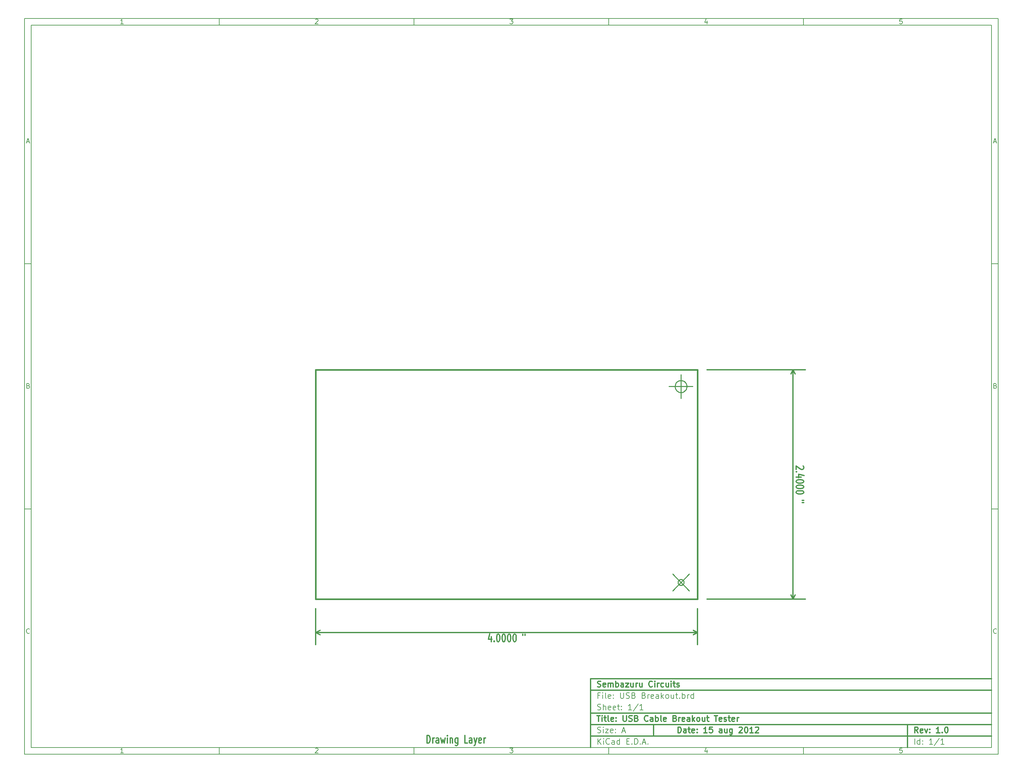
<source format=gbr>
G04 (created by PCBNEW-RS274X (2012-01-19 BZR 3256)-stable) date 15/08/2012 23:21:53*
G01*
G70*
G90*
%MOIN*%
G04 Gerber Fmt 3.4, Leading zero omitted, Abs format*
%FSLAX34Y34*%
G04 APERTURE LIST*
%ADD10C,0.006000*%
%ADD11C,0.012000*%
%ADD12C,0.010000*%
%ADD13C,0.015000*%
G04 APERTURE END LIST*
G54D10*
X-30500Y36750D02*
X71500Y36750D01*
X71500Y-40250D01*
X-30500Y-40250D01*
X-30500Y36750D01*
X-29800Y36050D02*
X70800Y36050D01*
X70800Y-39550D01*
X-29800Y-39550D01*
X-29800Y36050D01*
X-10100Y36750D02*
X-10100Y36050D01*
X-20157Y36198D02*
X-20443Y36198D01*
X-20300Y36198D02*
X-20300Y36698D01*
X-20348Y36626D01*
X-20395Y36579D01*
X-20443Y36555D01*
X-10100Y-40250D02*
X-10100Y-39550D01*
X-20157Y-40102D02*
X-20443Y-40102D01*
X-20300Y-40102D02*
X-20300Y-39602D01*
X-20348Y-39674D01*
X-20395Y-39721D01*
X-20443Y-39745D01*
X10300Y36750D02*
X10300Y36050D01*
X-00043Y36650D02*
X-00019Y36674D01*
X00029Y36698D01*
X00148Y36698D01*
X00195Y36674D01*
X00219Y36650D01*
X00243Y36602D01*
X00243Y36555D01*
X00219Y36483D01*
X-00067Y36198D01*
X00243Y36198D01*
X10300Y-40250D02*
X10300Y-39550D01*
X-00043Y-39650D02*
X-00019Y-39626D01*
X00029Y-39602D01*
X00148Y-39602D01*
X00195Y-39626D01*
X00219Y-39650D01*
X00243Y-39698D01*
X00243Y-39745D01*
X00219Y-39817D01*
X-00067Y-40102D01*
X00243Y-40102D01*
X30700Y36750D02*
X30700Y36050D01*
X20333Y36698D02*
X20643Y36698D01*
X20476Y36507D01*
X20548Y36507D01*
X20595Y36483D01*
X20619Y36460D01*
X20643Y36412D01*
X20643Y36293D01*
X20619Y36245D01*
X20595Y36221D01*
X20548Y36198D01*
X20405Y36198D01*
X20357Y36221D01*
X20333Y36245D01*
X30700Y-40250D02*
X30700Y-39550D01*
X20333Y-39602D02*
X20643Y-39602D01*
X20476Y-39793D01*
X20548Y-39793D01*
X20595Y-39817D01*
X20619Y-39840D01*
X20643Y-39888D01*
X20643Y-40007D01*
X20619Y-40055D01*
X20595Y-40079D01*
X20548Y-40102D01*
X20405Y-40102D01*
X20357Y-40079D01*
X20333Y-40055D01*
X51100Y36750D02*
X51100Y36050D01*
X40995Y36531D02*
X40995Y36198D01*
X40876Y36721D02*
X40757Y36364D01*
X41067Y36364D01*
X51100Y-40250D02*
X51100Y-39550D01*
X40995Y-39769D02*
X40995Y-40102D01*
X40876Y-39579D02*
X40757Y-39936D01*
X41067Y-39936D01*
X61419Y36698D02*
X61181Y36698D01*
X61157Y36460D01*
X61181Y36483D01*
X61229Y36507D01*
X61348Y36507D01*
X61395Y36483D01*
X61419Y36460D01*
X61443Y36412D01*
X61443Y36293D01*
X61419Y36245D01*
X61395Y36221D01*
X61348Y36198D01*
X61229Y36198D01*
X61181Y36221D01*
X61157Y36245D01*
X61419Y-39602D02*
X61181Y-39602D01*
X61157Y-39840D01*
X61181Y-39817D01*
X61229Y-39793D01*
X61348Y-39793D01*
X61395Y-39817D01*
X61419Y-39840D01*
X61443Y-39888D01*
X61443Y-40007D01*
X61419Y-40055D01*
X61395Y-40079D01*
X61348Y-40102D01*
X61229Y-40102D01*
X61181Y-40079D01*
X61157Y-40055D01*
X-30500Y11090D02*
X-29800Y11090D01*
X-30269Y23860D02*
X-30031Y23860D01*
X-30316Y23718D02*
X-30150Y24218D01*
X-29983Y23718D01*
X71500Y11090D02*
X70800Y11090D01*
X71031Y23860D02*
X71269Y23860D01*
X70984Y23718D02*
X71150Y24218D01*
X71317Y23718D01*
X-30500Y-14570D02*
X-29800Y-14570D01*
X-30114Y-01680D02*
X-30043Y-01704D01*
X-30019Y-01728D01*
X-29995Y-01776D01*
X-29995Y-01847D01*
X-30019Y-01895D01*
X-30043Y-01919D01*
X-30090Y-01942D01*
X-30281Y-01942D01*
X-30281Y-01442D01*
X-30114Y-01442D01*
X-30067Y-01466D01*
X-30043Y-01490D01*
X-30019Y-01538D01*
X-30019Y-01585D01*
X-30043Y-01633D01*
X-30067Y-01657D01*
X-30114Y-01680D01*
X-30281Y-01680D01*
X71500Y-14570D02*
X70800Y-14570D01*
X71186Y-01680D02*
X71257Y-01704D01*
X71281Y-01728D01*
X71305Y-01776D01*
X71305Y-01847D01*
X71281Y-01895D01*
X71257Y-01919D01*
X71210Y-01942D01*
X71019Y-01942D01*
X71019Y-01442D01*
X71186Y-01442D01*
X71233Y-01466D01*
X71257Y-01490D01*
X71281Y-01538D01*
X71281Y-01585D01*
X71257Y-01633D01*
X71233Y-01657D01*
X71186Y-01680D01*
X71019Y-01680D01*
X-29995Y-27555D02*
X-30019Y-27579D01*
X-30090Y-27602D01*
X-30138Y-27602D01*
X-30210Y-27579D01*
X-30257Y-27531D01*
X-30281Y-27483D01*
X-30305Y-27388D01*
X-30305Y-27317D01*
X-30281Y-27221D01*
X-30257Y-27174D01*
X-30210Y-27126D01*
X-30138Y-27102D01*
X-30090Y-27102D01*
X-30019Y-27126D01*
X-29995Y-27150D01*
X71305Y-27555D02*
X71281Y-27579D01*
X71210Y-27602D01*
X71162Y-27602D01*
X71090Y-27579D01*
X71043Y-27531D01*
X71019Y-27483D01*
X70995Y-27388D01*
X70995Y-27317D01*
X71019Y-27221D01*
X71043Y-27174D01*
X71090Y-27126D01*
X71162Y-27102D01*
X71210Y-27102D01*
X71281Y-27126D01*
X71305Y-27150D01*
G54D11*
X37943Y-37993D02*
X37943Y-37393D01*
X38086Y-37393D01*
X38171Y-37421D01*
X38229Y-37479D01*
X38257Y-37536D01*
X38286Y-37650D01*
X38286Y-37736D01*
X38257Y-37850D01*
X38229Y-37907D01*
X38171Y-37964D01*
X38086Y-37993D01*
X37943Y-37993D01*
X38800Y-37993D02*
X38800Y-37679D01*
X38771Y-37621D01*
X38714Y-37593D01*
X38600Y-37593D01*
X38543Y-37621D01*
X38800Y-37964D02*
X38743Y-37993D01*
X38600Y-37993D01*
X38543Y-37964D01*
X38514Y-37907D01*
X38514Y-37850D01*
X38543Y-37793D01*
X38600Y-37764D01*
X38743Y-37764D01*
X38800Y-37736D01*
X39000Y-37593D02*
X39229Y-37593D01*
X39086Y-37393D02*
X39086Y-37907D01*
X39114Y-37964D01*
X39172Y-37993D01*
X39229Y-37993D01*
X39657Y-37964D02*
X39600Y-37993D01*
X39486Y-37993D01*
X39429Y-37964D01*
X39400Y-37907D01*
X39400Y-37679D01*
X39429Y-37621D01*
X39486Y-37593D01*
X39600Y-37593D01*
X39657Y-37621D01*
X39686Y-37679D01*
X39686Y-37736D01*
X39400Y-37793D01*
X39943Y-37936D02*
X39971Y-37964D01*
X39943Y-37993D01*
X39914Y-37964D01*
X39943Y-37936D01*
X39943Y-37993D01*
X39943Y-37621D02*
X39971Y-37650D01*
X39943Y-37679D01*
X39914Y-37650D01*
X39943Y-37621D01*
X39943Y-37679D01*
X41000Y-37993D02*
X40657Y-37993D01*
X40829Y-37993D02*
X40829Y-37393D01*
X40772Y-37479D01*
X40714Y-37536D01*
X40657Y-37564D01*
X41543Y-37393D02*
X41257Y-37393D01*
X41228Y-37679D01*
X41257Y-37650D01*
X41314Y-37621D01*
X41457Y-37621D01*
X41514Y-37650D01*
X41543Y-37679D01*
X41571Y-37736D01*
X41571Y-37879D01*
X41543Y-37936D01*
X41514Y-37964D01*
X41457Y-37993D01*
X41314Y-37993D01*
X41257Y-37964D01*
X41228Y-37936D01*
X42542Y-37993D02*
X42542Y-37679D01*
X42513Y-37621D01*
X42456Y-37593D01*
X42342Y-37593D01*
X42285Y-37621D01*
X42542Y-37964D02*
X42485Y-37993D01*
X42342Y-37993D01*
X42285Y-37964D01*
X42256Y-37907D01*
X42256Y-37850D01*
X42285Y-37793D01*
X42342Y-37764D01*
X42485Y-37764D01*
X42542Y-37736D01*
X43085Y-37593D02*
X43085Y-37993D01*
X42828Y-37593D02*
X42828Y-37907D01*
X42856Y-37964D01*
X42914Y-37993D01*
X42999Y-37993D01*
X43056Y-37964D01*
X43085Y-37936D01*
X43628Y-37593D02*
X43628Y-38079D01*
X43599Y-38136D01*
X43571Y-38164D01*
X43514Y-38193D01*
X43428Y-38193D01*
X43371Y-38164D01*
X43628Y-37964D02*
X43571Y-37993D01*
X43457Y-37993D01*
X43399Y-37964D01*
X43371Y-37936D01*
X43342Y-37879D01*
X43342Y-37707D01*
X43371Y-37650D01*
X43399Y-37621D01*
X43457Y-37593D01*
X43571Y-37593D01*
X43628Y-37621D01*
X44342Y-37450D02*
X44371Y-37421D01*
X44428Y-37393D01*
X44571Y-37393D01*
X44628Y-37421D01*
X44657Y-37450D01*
X44685Y-37507D01*
X44685Y-37564D01*
X44657Y-37650D01*
X44314Y-37993D01*
X44685Y-37993D01*
X45056Y-37393D02*
X45113Y-37393D01*
X45170Y-37421D01*
X45199Y-37450D01*
X45228Y-37507D01*
X45256Y-37621D01*
X45256Y-37764D01*
X45228Y-37879D01*
X45199Y-37936D01*
X45170Y-37964D01*
X45113Y-37993D01*
X45056Y-37993D01*
X44999Y-37964D01*
X44970Y-37936D01*
X44942Y-37879D01*
X44913Y-37764D01*
X44913Y-37621D01*
X44942Y-37507D01*
X44970Y-37450D01*
X44999Y-37421D01*
X45056Y-37393D01*
X45827Y-37993D02*
X45484Y-37993D01*
X45656Y-37993D02*
X45656Y-37393D01*
X45599Y-37479D01*
X45541Y-37536D01*
X45484Y-37564D01*
X46055Y-37450D02*
X46084Y-37421D01*
X46141Y-37393D01*
X46284Y-37393D01*
X46341Y-37421D01*
X46370Y-37450D01*
X46398Y-37507D01*
X46398Y-37564D01*
X46370Y-37650D01*
X46027Y-37993D01*
X46398Y-37993D01*
G54D10*
X29543Y-39193D02*
X29543Y-38593D01*
X29886Y-39193D02*
X29629Y-38850D01*
X29886Y-38593D02*
X29543Y-38936D01*
X30143Y-39193D02*
X30143Y-38793D01*
X30143Y-38593D02*
X30114Y-38621D01*
X30143Y-38650D01*
X30171Y-38621D01*
X30143Y-38593D01*
X30143Y-38650D01*
X30772Y-39136D02*
X30743Y-39164D01*
X30657Y-39193D01*
X30600Y-39193D01*
X30515Y-39164D01*
X30457Y-39107D01*
X30429Y-39050D01*
X30400Y-38936D01*
X30400Y-38850D01*
X30429Y-38736D01*
X30457Y-38679D01*
X30515Y-38621D01*
X30600Y-38593D01*
X30657Y-38593D01*
X30743Y-38621D01*
X30772Y-38650D01*
X31286Y-39193D02*
X31286Y-38879D01*
X31257Y-38821D01*
X31200Y-38793D01*
X31086Y-38793D01*
X31029Y-38821D01*
X31286Y-39164D02*
X31229Y-39193D01*
X31086Y-39193D01*
X31029Y-39164D01*
X31000Y-39107D01*
X31000Y-39050D01*
X31029Y-38993D01*
X31086Y-38964D01*
X31229Y-38964D01*
X31286Y-38936D01*
X31829Y-39193D02*
X31829Y-38593D01*
X31829Y-39164D02*
X31772Y-39193D01*
X31658Y-39193D01*
X31600Y-39164D01*
X31572Y-39136D01*
X31543Y-39079D01*
X31543Y-38907D01*
X31572Y-38850D01*
X31600Y-38821D01*
X31658Y-38793D01*
X31772Y-38793D01*
X31829Y-38821D01*
X32572Y-38879D02*
X32772Y-38879D01*
X32858Y-39193D02*
X32572Y-39193D01*
X32572Y-38593D01*
X32858Y-38593D01*
X33115Y-39136D02*
X33143Y-39164D01*
X33115Y-39193D01*
X33086Y-39164D01*
X33115Y-39136D01*
X33115Y-39193D01*
X33401Y-39193D02*
X33401Y-38593D01*
X33544Y-38593D01*
X33629Y-38621D01*
X33687Y-38679D01*
X33715Y-38736D01*
X33744Y-38850D01*
X33744Y-38936D01*
X33715Y-39050D01*
X33687Y-39107D01*
X33629Y-39164D01*
X33544Y-39193D01*
X33401Y-39193D01*
X34001Y-39136D02*
X34029Y-39164D01*
X34001Y-39193D01*
X33972Y-39164D01*
X34001Y-39136D01*
X34001Y-39193D01*
X34258Y-39021D02*
X34544Y-39021D01*
X34201Y-39193D02*
X34401Y-38593D01*
X34601Y-39193D01*
X34801Y-39136D02*
X34829Y-39164D01*
X34801Y-39193D01*
X34772Y-39164D01*
X34801Y-39136D01*
X34801Y-39193D01*
G54D11*
X63086Y-37993D02*
X62886Y-37707D01*
X62743Y-37993D02*
X62743Y-37393D01*
X62971Y-37393D01*
X63029Y-37421D01*
X63057Y-37450D01*
X63086Y-37507D01*
X63086Y-37593D01*
X63057Y-37650D01*
X63029Y-37679D01*
X62971Y-37707D01*
X62743Y-37707D01*
X63571Y-37964D02*
X63514Y-37993D01*
X63400Y-37993D01*
X63343Y-37964D01*
X63314Y-37907D01*
X63314Y-37679D01*
X63343Y-37621D01*
X63400Y-37593D01*
X63514Y-37593D01*
X63571Y-37621D01*
X63600Y-37679D01*
X63600Y-37736D01*
X63314Y-37793D01*
X63800Y-37593D02*
X63943Y-37993D01*
X64085Y-37593D01*
X64314Y-37936D02*
X64342Y-37964D01*
X64314Y-37993D01*
X64285Y-37964D01*
X64314Y-37936D01*
X64314Y-37993D01*
X64314Y-37621D02*
X64342Y-37650D01*
X64314Y-37679D01*
X64285Y-37650D01*
X64314Y-37621D01*
X64314Y-37679D01*
X65371Y-37993D02*
X65028Y-37993D01*
X65200Y-37993D02*
X65200Y-37393D01*
X65143Y-37479D01*
X65085Y-37536D01*
X65028Y-37564D01*
X65628Y-37936D02*
X65656Y-37964D01*
X65628Y-37993D01*
X65599Y-37964D01*
X65628Y-37936D01*
X65628Y-37993D01*
X66028Y-37393D02*
X66085Y-37393D01*
X66142Y-37421D01*
X66171Y-37450D01*
X66200Y-37507D01*
X66228Y-37621D01*
X66228Y-37764D01*
X66200Y-37879D01*
X66171Y-37936D01*
X66142Y-37964D01*
X66085Y-37993D01*
X66028Y-37993D01*
X65971Y-37964D01*
X65942Y-37936D01*
X65914Y-37879D01*
X65885Y-37764D01*
X65885Y-37621D01*
X65914Y-37507D01*
X65942Y-37450D01*
X65971Y-37421D01*
X66028Y-37393D01*
G54D10*
X29514Y-37964D02*
X29600Y-37993D01*
X29743Y-37993D01*
X29800Y-37964D01*
X29829Y-37936D01*
X29857Y-37879D01*
X29857Y-37821D01*
X29829Y-37764D01*
X29800Y-37736D01*
X29743Y-37707D01*
X29629Y-37679D01*
X29571Y-37650D01*
X29543Y-37621D01*
X29514Y-37564D01*
X29514Y-37507D01*
X29543Y-37450D01*
X29571Y-37421D01*
X29629Y-37393D01*
X29771Y-37393D01*
X29857Y-37421D01*
X30114Y-37993D02*
X30114Y-37593D01*
X30114Y-37393D02*
X30085Y-37421D01*
X30114Y-37450D01*
X30142Y-37421D01*
X30114Y-37393D01*
X30114Y-37450D01*
X30343Y-37593D02*
X30657Y-37593D01*
X30343Y-37993D01*
X30657Y-37993D01*
X31114Y-37964D02*
X31057Y-37993D01*
X30943Y-37993D01*
X30886Y-37964D01*
X30857Y-37907D01*
X30857Y-37679D01*
X30886Y-37621D01*
X30943Y-37593D01*
X31057Y-37593D01*
X31114Y-37621D01*
X31143Y-37679D01*
X31143Y-37736D01*
X30857Y-37793D01*
X31400Y-37936D02*
X31428Y-37964D01*
X31400Y-37993D01*
X31371Y-37964D01*
X31400Y-37936D01*
X31400Y-37993D01*
X31400Y-37621D02*
X31428Y-37650D01*
X31400Y-37679D01*
X31371Y-37650D01*
X31400Y-37621D01*
X31400Y-37679D01*
X32114Y-37821D02*
X32400Y-37821D01*
X32057Y-37993D02*
X32257Y-37393D01*
X32457Y-37993D01*
X62743Y-39193D02*
X62743Y-38593D01*
X63286Y-39193D02*
X63286Y-38593D01*
X63286Y-39164D02*
X63229Y-39193D01*
X63115Y-39193D01*
X63057Y-39164D01*
X63029Y-39136D01*
X63000Y-39079D01*
X63000Y-38907D01*
X63029Y-38850D01*
X63057Y-38821D01*
X63115Y-38793D01*
X63229Y-38793D01*
X63286Y-38821D01*
X63572Y-39136D02*
X63600Y-39164D01*
X63572Y-39193D01*
X63543Y-39164D01*
X63572Y-39136D01*
X63572Y-39193D01*
X63572Y-38821D02*
X63600Y-38850D01*
X63572Y-38879D01*
X63543Y-38850D01*
X63572Y-38821D01*
X63572Y-38879D01*
X64629Y-39193D02*
X64286Y-39193D01*
X64458Y-39193D02*
X64458Y-38593D01*
X64401Y-38679D01*
X64343Y-38736D01*
X64286Y-38764D01*
X65314Y-38564D02*
X64800Y-39336D01*
X65829Y-39193D02*
X65486Y-39193D01*
X65658Y-39193D02*
X65658Y-38593D01*
X65601Y-38679D01*
X65543Y-38736D01*
X65486Y-38764D01*
G54D11*
X29457Y-36193D02*
X29800Y-36193D01*
X29629Y-36793D02*
X29629Y-36193D01*
X30000Y-36793D02*
X30000Y-36393D01*
X30000Y-36193D02*
X29971Y-36221D01*
X30000Y-36250D01*
X30028Y-36221D01*
X30000Y-36193D01*
X30000Y-36250D01*
X30200Y-36393D02*
X30429Y-36393D01*
X30286Y-36193D02*
X30286Y-36707D01*
X30314Y-36764D01*
X30372Y-36793D01*
X30429Y-36793D01*
X30715Y-36793D02*
X30657Y-36764D01*
X30629Y-36707D01*
X30629Y-36193D01*
X31171Y-36764D02*
X31114Y-36793D01*
X31000Y-36793D01*
X30943Y-36764D01*
X30914Y-36707D01*
X30914Y-36479D01*
X30943Y-36421D01*
X31000Y-36393D01*
X31114Y-36393D01*
X31171Y-36421D01*
X31200Y-36479D01*
X31200Y-36536D01*
X30914Y-36593D01*
X31457Y-36736D02*
X31485Y-36764D01*
X31457Y-36793D01*
X31428Y-36764D01*
X31457Y-36736D01*
X31457Y-36793D01*
X31457Y-36421D02*
X31485Y-36450D01*
X31457Y-36479D01*
X31428Y-36450D01*
X31457Y-36421D01*
X31457Y-36479D01*
X32200Y-36193D02*
X32200Y-36679D01*
X32228Y-36736D01*
X32257Y-36764D01*
X32314Y-36793D01*
X32428Y-36793D01*
X32486Y-36764D01*
X32514Y-36736D01*
X32543Y-36679D01*
X32543Y-36193D01*
X32800Y-36764D02*
X32886Y-36793D01*
X33029Y-36793D01*
X33086Y-36764D01*
X33115Y-36736D01*
X33143Y-36679D01*
X33143Y-36621D01*
X33115Y-36564D01*
X33086Y-36536D01*
X33029Y-36507D01*
X32915Y-36479D01*
X32857Y-36450D01*
X32829Y-36421D01*
X32800Y-36364D01*
X32800Y-36307D01*
X32829Y-36250D01*
X32857Y-36221D01*
X32915Y-36193D01*
X33057Y-36193D01*
X33143Y-36221D01*
X33600Y-36479D02*
X33686Y-36507D01*
X33714Y-36536D01*
X33743Y-36593D01*
X33743Y-36679D01*
X33714Y-36736D01*
X33686Y-36764D01*
X33628Y-36793D01*
X33400Y-36793D01*
X33400Y-36193D01*
X33600Y-36193D01*
X33657Y-36221D01*
X33686Y-36250D01*
X33714Y-36307D01*
X33714Y-36364D01*
X33686Y-36421D01*
X33657Y-36450D01*
X33600Y-36479D01*
X33400Y-36479D01*
X34800Y-36736D02*
X34771Y-36764D01*
X34685Y-36793D01*
X34628Y-36793D01*
X34543Y-36764D01*
X34485Y-36707D01*
X34457Y-36650D01*
X34428Y-36536D01*
X34428Y-36450D01*
X34457Y-36336D01*
X34485Y-36279D01*
X34543Y-36221D01*
X34628Y-36193D01*
X34685Y-36193D01*
X34771Y-36221D01*
X34800Y-36250D01*
X35314Y-36793D02*
X35314Y-36479D01*
X35285Y-36421D01*
X35228Y-36393D01*
X35114Y-36393D01*
X35057Y-36421D01*
X35314Y-36764D02*
X35257Y-36793D01*
X35114Y-36793D01*
X35057Y-36764D01*
X35028Y-36707D01*
X35028Y-36650D01*
X35057Y-36593D01*
X35114Y-36564D01*
X35257Y-36564D01*
X35314Y-36536D01*
X35600Y-36793D02*
X35600Y-36193D01*
X35600Y-36421D02*
X35657Y-36393D01*
X35771Y-36393D01*
X35828Y-36421D01*
X35857Y-36450D01*
X35886Y-36507D01*
X35886Y-36679D01*
X35857Y-36736D01*
X35828Y-36764D01*
X35771Y-36793D01*
X35657Y-36793D01*
X35600Y-36764D01*
X36229Y-36793D02*
X36171Y-36764D01*
X36143Y-36707D01*
X36143Y-36193D01*
X36685Y-36764D02*
X36628Y-36793D01*
X36514Y-36793D01*
X36457Y-36764D01*
X36428Y-36707D01*
X36428Y-36479D01*
X36457Y-36421D01*
X36514Y-36393D01*
X36628Y-36393D01*
X36685Y-36421D01*
X36714Y-36479D01*
X36714Y-36536D01*
X36428Y-36593D01*
X37628Y-36479D02*
X37714Y-36507D01*
X37742Y-36536D01*
X37771Y-36593D01*
X37771Y-36679D01*
X37742Y-36736D01*
X37714Y-36764D01*
X37656Y-36793D01*
X37428Y-36793D01*
X37428Y-36193D01*
X37628Y-36193D01*
X37685Y-36221D01*
X37714Y-36250D01*
X37742Y-36307D01*
X37742Y-36364D01*
X37714Y-36421D01*
X37685Y-36450D01*
X37628Y-36479D01*
X37428Y-36479D01*
X38028Y-36793D02*
X38028Y-36393D01*
X38028Y-36507D02*
X38056Y-36450D01*
X38085Y-36421D01*
X38142Y-36393D01*
X38199Y-36393D01*
X38627Y-36764D02*
X38570Y-36793D01*
X38456Y-36793D01*
X38399Y-36764D01*
X38370Y-36707D01*
X38370Y-36479D01*
X38399Y-36421D01*
X38456Y-36393D01*
X38570Y-36393D01*
X38627Y-36421D01*
X38656Y-36479D01*
X38656Y-36536D01*
X38370Y-36593D01*
X39170Y-36793D02*
X39170Y-36479D01*
X39141Y-36421D01*
X39084Y-36393D01*
X38970Y-36393D01*
X38913Y-36421D01*
X39170Y-36764D02*
X39113Y-36793D01*
X38970Y-36793D01*
X38913Y-36764D01*
X38884Y-36707D01*
X38884Y-36650D01*
X38913Y-36593D01*
X38970Y-36564D01*
X39113Y-36564D01*
X39170Y-36536D01*
X39456Y-36793D02*
X39456Y-36193D01*
X39513Y-36564D02*
X39684Y-36793D01*
X39684Y-36393D02*
X39456Y-36621D01*
X40028Y-36793D02*
X39970Y-36764D01*
X39942Y-36736D01*
X39913Y-36679D01*
X39913Y-36507D01*
X39942Y-36450D01*
X39970Y-36421D01*
X40028Y-36393D01*
X40113Y-36393D01*
X40170Y-36421D01*
X40199Y-36450D01*
X40228Y-36507D01*
X40228Y-36679D01*
X40199Y-36736D01*
X40170Y-36764D01*
X40113Y-36793D01*
X40028Y-36793D01*
X40742Y-36393D02*
X40742Y-36793D01*
X40485Y-36393D02*
X40485Y-36707D01*
X40513Y-36764D01*
X40571Y-36793D01*
X40656Y-36793D01*
X40713Y-36764D01*
X40742Y-36736D01*
X40942Y-36393D02*
X41171Y-36393D01*
X41028Y-36193D02*
X41028Y-36707D01*
X41056Y-36764D01*
X41114Y-36793D01*
X41171Y-36793D01*
X41742Y-36193D02*
X42085Y-36193D01*
X41914Y-36793D02*
X41914Y-36193D01*
X42513Y-36764D02*
X42456Y-36793D01*
X42342Y-36793D01*
X42285Y-36764D01*
X42256Y-36707D01*
X42256Y-36479D01*
X42285Y-36421D01*
X42342Y-36393D01*
X42456Y-36393D01*
X42513Y-36421D01*
X42542Y-36479D01*
X42542Y-36536D01*
X42256Y-36593D01*
X42770Y-36764D02*
X42827Y-36793D01*
X42942Y-36793D01*
X42999Y-36764D01*
X43027Y-36707D01*
X43027Y-36679D01*
X42999Y-36621D01*
X42942Y-36593D01*
X42856Y-36593D01*
X42799Y-36564D01*
X42770Y-36507D01*
X42770Y-36479D01*
X42799Y-36421D01*
X42856Y-36393D01*
X42942Y-36393D01*
X42999Y-36421D01*
X43199Y-36393D02*
X43428Y-36393D01*
X43285Y-36193D02*
X43285Y-36707D01*
X43313Y-36764D01*
X43371Y-36793D01*
X43428Y-36793D01*
X43856Y-36764D02*
X43799Y-36793D01*
X43685Y-36793D01*
X43628Y-36764D01*
X43599Y-36707D01*
X43599Y-36479D01*
X43628Y-36421D01*
X43685Y-36393D01*
X43799Y-36393D01*
X43856Y-36421D01*
X43885Y-36479D01*
X43885Y-36536D01*
X43599Y-36593D01*
X44142Y-36793D02*
X44142Y-36393D01*
X44142Y-36507D02*
X44170Y-36450D01*
X44199Y-36421D01*
X44256Y-36393D01*
X44313Y-36393D01*
G54D10*
X29743Y-34079D02*
X29543Y-34079D01*
X29543Y-34393D02*
X29543Y-33793D01*
X29829Y-33793D01*
X30057Y-34393D02*
X30057Y-33993D01*
X30057Y-33793D02*
X30028Y-33821D01*
X30057Y-33850D01*
X30085Y-33821D01*
X30057Y-33793D01*
X30057Y-33850D01*
X30429Y-34393D02*
X30371Y-34364D01*
X30343Y-34307D01*
X30343Y-33793D01*
X30885Y-34364D02*
X30828Y-34393D01*
X30714Y-34393D01*
X30657Y-34364D01*
X30628Y-34307D01*
X30628Y-34079D01*
X30657Y-34021D01*
X30714Y-33993D01*
X30828Y-33993D01*
X30885Y-34021D01*
X30914Y-34079D01*
X30914Y-34136D01*
X30628Y-34193D01*
X31171Y-34336D02*
X31199Y-34364D01*
X31171Y-34393D01*
X31142Y-34364D01*
X31171Y-34336D01*
X31171Y-34393D01*
X31171Y-34021D02*
X31199Y-34050D01*
X31171Y-34079D01*
X31142Y-34050D01*
X31171Y-34021D01*
X31171Y-34079D01*
X31914Y-33793D02*
X31914Y-34279D01*
X31942Y-34336D01*
X31971Y-34364D01*
X32028Y-34393D01*
X32142Y-34393D01*
X32200Y-34364D01*
X32228Y-34336D01*
X32257Y-34279D01*
X32257Y-33793D01*
X32514Y-34364D02*
X32600Y-34393D01*
X32743Y-34393D01*
X32800Y-34364D01*
X32829Y-34336D01*
X32857Y-34279D01*
X32857Y-34221D01*
X32829Y-34164D01*
X32800Y-34136D01*
X32743Y-34107D01*
X32629Y-34079D01*
X32571Y-34050D01*
X32543Y-34021D01*
X32514Y-33964D01*
X32514Y-33907D01*
X32543Y-33850D01*
X32571Y-33821D01*
X32629Y-33793D01*
X32771Y-33793D01*
X32857Y-33821D01*
X33314Y-34079D02*
X33400Y-34107D01*
X33428Y-34136D01*
X33457Y-34193D01*
X33457Y-34279D01*
X33428Y-34336D01*
X33400Y-34364D01*
X33342Y-34393D01*
X33114Y-34393D01*
X33114Y-33793D01*
X33314Y-33793D01*
X33371Y-33821D01*
X33400Y-33850D01*
X33428Y-33907D01*
X33428Y-33964D01*
X33400Y-34021D01*
X33371Y-34050D01*
X33314Y-34079D01*
X33114Y-34079D01*
X34371Y-34079D02*
X34457Y-34107D01*
X34485Y-34136D01*
X34514Y-34193D01*
X34514Y-34279D01*
X34485Y-34336D01*
X34457Y-34364D01*
X34399Y-34393D01*
X34171Y-34393D01*
X34171Y-33793D01*
X34371Y-33793D01*
X34428Y-33821D01*
X34457Y-33850D01*
X34485Y-33907D01*
X34485Y-33964D01*
X34457Y-34021D01*
X34428Y-34050D01*
X34371Y-34079D01*
X34171Y-34079D01*
X34771Y-34393D02*
X34771Y-33993D01*
X34771Y-34107D02*
X34799Y-34050D01*
X34828Y-34021D01*
X34885Y-33993D01*
X34942Y-33993D01*
X35370Y-34364D02*
X35313Y-34393D01*
X35199Y-34393D01*
X35142Y-34364D01*
X35113Y-34307D01*
X35113Y-34079D01*
X35142Y-34021D01*
X35199Y-33993D01*
X35313Y-33993D01*
X35370Y-34021D01*
X35399Y-34079D01*
X35399Y-34136D01*
X35113Y-34193D01*
X35913Y-34393D02*
X35913Y-34079D01*
X35884Y-34021D01*
X35827Y-33993D01*
X35713Y-33993D01*
X35656Y-34021D01*
X35913Y-34364D02*
X35856Y-34393D01*
X35713Y-34393D01*
X35656Y-34364D01*
X35627Y-34307D01*
X35627Y-34250D01*
X35656Y-34193D01*
X35713Y-34164D01*
X35856Y-34164D01*
X35913Y-34136D01*
X36199Y-34393D02*
X36199Y-33793D01*
X36256Y-34164D02*
X36427Y-34393D01*
X36427Y-33993D02*
X36199Y-34221D01*
X36771Y-34393D02*
X36713Y-34364D01*
X36685Y-34336D01*
X36656Y-34279D01*
X36656Y-34107D01*
X36685Y-34050D01*
X36713Y-34021D01*
X36771Y-33993D01*
X36856Y-33993D01*
X36913Y-34021D01*
X36942Y-34050D01*
X36971Y-34107D01*
X36971Y-34279D01*
X36942Y-34336D01*
X36913Y-34364D01*
X36856Y-34393D01*
X36771Y-34393D01*
X37485Y-33993D02*
X37485Y-34393D01*
X37228Y-33993D02*
X37228Y-34307D01*
X37256Y-34364D01*
X37314Y-34393D01*
X37399Y-34393D01*
X37456Y-34364D01*
X37485Y-34336D01*
X37685Y-33993D02*
X37914Y-33993D01*
X37771Y-33793D02*
X37771Y-34307D01*
X37799Y-34364D01*
X37857Y-34393D01*
X37914Y-34393D01*
X38114Y-34336D02*
X38142Y-34364D01*
X38114Y-34393D01*
X38085Y-34364D01*
X38114Y-34336D01*
X38114Y-34393D01*
X38400Y-34393D02*
X38400Y-33793D01*
X38400Y-34021D02*
X38457Y-33993D01*
X38571Y-33993D01*
X38628Y-34021D01*
X38657Y-34050D01*
X38686Y-34107D01*
X38686Y-34279D01*
X38657Y-34336D01*
X38628Y-34364D01*
X38571Y-34393D01*
X38457Y-34393D01*
X38400Y-34364D01*
X38943Y-34393D02*
X38943Y-33993D01*
X38943Y-34107D02*
X38971Y-34050D01*
X39000Y-34021D01*
X39057Y-33993D01*
X39114Y-33993D01*
X39571Y-34393D02*
X39571Y-33793D01*
X39571Y-34364D02*
X39514Y-34393D01*
X39400Y-34393D01*
X39342Y-34364D01*
X39314Y-34336D01*
X39285Y-34279D01*
X39285Y-34107D01*
X39314Y-34050D01*
X39342Y-34021D01*
X39400Y-33993D01*
X39514Y-33993D01*
X39571Y-34021D01*
X29514Y-35564D02*
X29600Y-35593D01*
X29743Y-35593D01*
X29800Y-35564D01*
X29829Y-35536D01*
X29857Y-35479D01*
X29857Y-35421D01*
X29829Y-35364D01*
X29800Y-35336D01*
X29743Y-35307D01*
X29629Y-35279D01*
X29571Y-35250D01*
X29543Y-35221D01*
X29514Y-35164D01*
X29514Y-35107D01*
X29543Y-35050D01*
X29571Y-35021D01*
X29629Y-34993D01*
X29771Y-34993D01*
X29857Y-35021D01*
X30114Y-35593D02*
X30114Y-34993D01*
X30371Y-35593D02*
X30371Y-35279D01*
X30342Y-35221D01*
X30285Y-35193D01*
X30200Y-35193D01*
X30142Y-35221D01*
X30114Y-35250D01*
X30885Y-35564D02*
X30828Y-35593D01*
X30714Y-35593D01*
X30657Y-35564D01*
X30628Y-35507D01*
X30628Y-35279D01*
X30657Y-35221D01*
X30714Y-35193D01*
X30828Y-35193D01*
X30885Y-35221D01*
X30914Y-35279D01*
X30914Y-35336D01*
X30628Y-35393D01*
X31399Y-35564D02*
X31342Y-35593D01*
X31228Y-35593D01*
X31171Y-35564D01*
X31142Y-35507D01*
X31142Y-35279D01*
X31171Y-35221D01*
X31228Y-35193D01*
X31342Y-35193D01*
X31399Y-35221D01*
X31428Y-35279D01*
X31428Y-35336D01*
X31142Y-35393D01*
X31599Y-35193D02*
X31828Y-35193D01*
X31685Y-34993D02*
X31685Y-35507D01*
X31713Y-35564D01*
X31771Y-35593D01*
X31828Y-35593D01*
X32028Y-35536D02*
X32056Y-35564D01*
X32028Y-35593D01*
X31999Y-35564D01*
X32028Y-35536D01*
X32028Y-35593D01*
X32028Y-35221D02*
X32056Y-35250D01*
X32028Y-35279D01*
X31999Y-35250D01*
X32028Y-35221D01*
X32028Y-35279D01*
X33085Y-35593D02*
X32742Y-35593D01*
X32914Y-35593D02*
X32914Y-34993D01*
X32857Y-35079D01*
X32799Y-35136D01*
X32742Y-35164D01*
X33770Y-34964D02*
X33256Y-35736D01*
X34285Y-35593D02*
X33942Y-35593D01*
X34114Y-35593D02*
X34114Y-34993D01*
X34057Y-35079D01*
X33999Y-35136D01*
X33942Y-35164D01*
G54D11*
X29514Y-33164D02*
X29600Y-33193D01*
X29743Y-33193D01*
X29800Y-33164D01*
X29829Y-33136D01*
X29857Y-33079D01*
X29857Y-33021D01*
X29829Y-32964D01*
X29800Y-32936D01*
X29743Y-32907D01*
X29629Y-32879D01*
X29571Y-32850D01*
X29543Y-32821D01*
X29514Y-32764D01*
X29514Y-32707D01*
X29543Y-32650D01*
X29571Y-32621D01*
X29629Y-32593D01*
X29771Y-32593D01*
X29857Y-32621D01*
X30342Y-33164D02*
X30285Y-33193D01*
X30171Y-33193D01*
X30114Y-33164D01*
X30085Y-33107D01*
X30085Y-32879D01*
X30114Y-32821D01*
X30171Y-32793D01*
X30285Y-32793D01*
X30342Y-32821D01*
X30371Y-32879D01*
X30371Y-32936D01*
X30085Y-32993D01*
X30628Y-33193D02*
X30628Y-32793D01*
X30628Y-32850D02*
X30656Y-32821D01*
X30714Y-32793D01*
X30799Y-32793D01*
X30856Y-32821D01*
X30885Y-32879D01*
X30885Y-33193D01*
X30885Y-32879D02*
X30914Y-32821D01*
X30971Y-32793D01*
X31056Y-32793D01*
X31114Y-32821D01*
X31142Y-32879D01*
X31142Y-33193D01*
X31428Y-33193D02*
X31428Y-32593D01*
X31428Y-32821D02*
X31485Y-32793D01*
X31599Y-32793D01*
X31656Y-32821D01*
X31685Y-32850D01*
X31714Y-32907D01*
X31714Y-33079D01*
X31685Y-33136D01*
X31656Y-33164D01*
X31599Y-33193D01*
X31485Y-33193D01*
X31428Y-33164D01*
X32228Y-33193D02*
X32228Y-32879D01*
X32199Y-32821D01*
X32142Y-32793D01*
X32028Y-32793D01*
X31971Y-32821D01*
X32228Y-33164D02*
X32171Y-33193D01*
X32028Y-33193D01*
X31971Y-33164D01*
X31942Y-33107D01*
X31942Y-33050D01*
X31971Y-32993D01*
X32028Y-32964D01*
X32171Y-32964D01*
X32228Y-32936D01*
X32457Y-32793D02*
X32771Y-32793D01*
X32457Y-33193D01*
X32771Y-33193D01*
X33257Y-32793D02*
X33257Y-33193D01*
X33000Y-32793D02*
X33000Y-33107D01*
X33028Y-33164D01*
X33086Y-33193D01*
X33171Y-33193D01*
X33228Y-33164D01*
X33257Y-33136D01*
X33543Y-33193D02*
X33543Y-32793D01*
X33543Y-32907D02*
X33571Y-32850D01*
X33600Y-32821D01*
X33657Y-32793D01*
X33714Y-32793D01*
X34171Y-32793D02*
X34171Y-33193D01*
X33914Y-32793D02*
X33914Y-33107D01*
X33942Y-33164D01*
X34000Y-33193D01*
X34085Y-33193D01*
X34142Y-33164D01*
X34171Y-33136D01*
X35257Y-33136D02*
X35228Y-33164D01*
X35142Y-33193D01*
X35085Y-33193D01*
X35000Y-33164D01*
X34942Y-33107D01*
X34914Y-33050D01*
X34885Y-32936D01*
X34885Y-32850D01*
X34914Y-32736D01*
X34942Y-32679D01*
X35000Y-32621D01*
X35085Y-32593D01*
X35142Y-32593D01*
X35228Y-32621D01*
X35257Y-32650D01*
X35514Y-33193D02*
X35514Y-32793D01*
X35514Y-32593D02*
X35485Y-32621D01*
X35514Y-32650D01*
X35542Y-32621D01*
X35514Y-32593D01*
X35514Y-32650D01*
X35800Y-33193D02*
X35800Y-32793D01*
X35800Y-32907D02*
X35828Y-32850D01*
X35857Y-32821D01*
X35914Y-32793D01*
X35971Y-32793D01*
X36428Y-33164D02*
X36371Y-33193D01*
X36257Y-33193D01*
X36199Y-33164D01*
X36171Y-33136D01*
X36142Y-33079D01*
X36142Y-32907D01*
X36171Y-32850D01*
X36199Y-32821D01*
X36257Y-32793D01*
X36371Y-32793D01*
X36428Y-32821D01*
X36942Y-32793D02*
X36942Y-33193D01*
X36685Y-32793D02*
X36685Y-33107D01*
X36713Y-33164D01*
X36771Y-33193D01*
X36856Y-33193D01*
X36913Y-33164D01*
X36942Y-33136D01*
X37228Y-33193D02*
X37228Y-32793D01*
X37228Y-32593D02*
X37199Y-32621D01*
X37228Y-32650D01*
X37256Y-32621D01*
X37228Y-32593D01*
X37228Y-32650D01*
X37428Y-32793D02*
X37657Y-32793D01*
X37514Y-32593D02*
X37514Y-33107D01*
X37542Y-33164D01*
X37600Y-33193D01*
X37657Y-33193D01*
X37828Y-33164D02*
X37885Y-33193D01*
X38000Y-33193D01*
X38057Y-33164D01*
X38085Y-33107D01*
X38085Y-33079D01*
X38057Y-33021D01*
X38000Y-32993D01*
X37914Y-32993D01*
X37857Y-32964D01*
X37828Y-32907D01*
X37828Y-32879D01*
X37857Y-32821D01*
X37914Y-32793D01*
X38000Y-32793D01*
X38057Y-32821D01*
X28800Y-32350D02*
X28800Y-39550D01*
X28800Y-33550D02*
X70800Y-33550D01*
X28800Y-32350D02*
X70800Y-32350D01*
X28800Y-35950D02*
X70800Y-35950D01*
X62000Y-37150D02*
X62000Y-39550D01*
X28800Y-38350D02*
X70800Y-38350D01*
X28800Y-37150D02*
X70800Y-37150D01*
X35400Y-37150D02*
X35400Y-38350D01*
X11643Y-39074D02*
X11643Y-38274D01*
X11786Y-38274D01*
X11871Y-38312D01*
X11929Y-38388D01*
X11957Y-38464D01*
X11986Y-38617D01*
X11986Y-38731D01*
X11957Y-38883D01*
X11929Y-38960D01*
X11871Y-39036D01*
X11786Y-39074D01*
X11643Y-39074D01*
X12243Y-39074D02*
X12243Y-38540D01*
X12243Y-38693D02*
X12271Y-38617D01*
X12300Y-38579D01*
X12357Y-38540D01*
X12414Y-38540D01*
X12871Y-39074D02*
X12871Y-38655D01*
X12842Y-38579D01*
X12785Y-38540D01*
X12671Y-38540D01*
X12614Y-38579D01*
X12871Y-39036D02*
X12814Y-39074D01*
X12671Y-39074D01*
X12614Y-39036D01*
X12585Y-38960D01*
X12585Y-38883D01*
X12614Y-38807D01*
X12671Y-38769D01*
X12814Y-38769D01*
X12871Y-38731D01*
X13100Y-38540D02*
X13214Y-39074D01*
X13328Y-38693D01*
X13443Y-39074D01*
X13557Y-38540D01*
X13786Y-39074D02*
X13786Y-38540D01*
X13786Y-38274D02*
X13757Y-38312D01*
X13786Y-38350D01*
X13814Y-38312D01*
X13786Y-38274D01*
X13786Y-38350D01*
X14072Y-38540D02*
X14072Y-39074D01*
X14072Y-38617D02*
X14100Y-38579D01*
X14158Y-38540D01*
X14243Y-38540D01*
X14300Y-38579D01*
X14329Y-38655D01*
X14329Y-39074D01*
X14872Y-38540D02*
X14872Y-39188D01*
X14843Y-39264D01*
X14815Y-39302D01*
X14758Y-39340D01*
X14672Y-39340D01*
X14615Y-39302D01*
X14872Y-39036D02*
X14815Y-39074D01*
X14701Y-39074D01*
X14643Y-39036D01*
X14615Y-38998D01*
X14586Y-38921D01*
X14586Y-38693D01*
X14615Y-38617D01*
X14643Y-38579D01*
X14701Y-38540D01*
X14815Y-38540D01*
X14872Y-38579D01*
X15901Y-39074D02*
X15615Y-39074D01*
X15615Y-38274D01*
X16358Y-39074D02*
X16358Y-38655D01*
X16329Y-38579D01*
X16272Y-38540D01*
X16158Y-38540D01*
X16101Y-38579D01*
X16358Y-39036D02*
X16301Y-39074D01*
X16158Y-39074D01*
X16101Y-39036D01*
X16072Y-38960D01*
X16072Y-38883D01*
X16101Y-38807D01*
X16158Y-38769D01*
X16301Y-38769D01*
X16358Y-38731D01*
X16587Y-38540D02*
X16730Y-39074D01*
X16872Y-38540D02*
X16730Y-39074D01*
X16672Y-39264D01*
X16644Y-39302D01*
X16587Y-39340D01*
X17329Y-39036D02*
X17272Y-39074D01*
X17158Y-39074D01*
X17101Y-39036D01*
X17072Y-38960D01*
X17072Y-38655D01*
X17101Y-38579D01*
X17158Y-38540D01*
X17272Y-38540D01*
X17329Y-38579D01*
X17358Y-38655D01*
X17358Y-38731D01*
X17072Y-38807D01*
X17615Y-39074D02*
X17615Y-38540D01*
X17615Y-38693D02*
X17643Y-38617D01*
X17672Y-38579D01*
X17729Y-38540D01*
X17786Y-38540D01*
G54D12*
X38562Y-22250D02*
X38556Y-22310D01*
X38538Y-22368D01*
X38509Y-22422D01*
X38471Y-22469D01*
X38424Y-22508D01*
X38370Y-22537D01*
X38312Y-22555D01*
X38252Y-22561D01*
X38192Y-22556D01*
X38134Y-22539D01*
X38080Y-22511D01*
X38032Y-22472D01*
X37993Y-22426D01*
X37964Y-22372D01*
X37945Y-22314D01*
X37939Y-22254D01*
X37944Y-22194D01*
X37960Y-22136D01*
X37988Y-22081D01*
X38026Y-22034D01*
X38072Y-21994D01*
X38126Y-21965D01*
X38184Y-21946D01*
X38244Y-21939D01*
X38304Y-21943D01*
X38362Y-21960D01*
X38417Y-21987D01*
X38465Y-22025D01*
X38504Y-22071D01*
X38535Y-22124D01*
X38554Y-22181D01*
X38561Y-22242D01*
X38562Y-22250D01*
X37375Y-21375D02*
X39125Y-23125D01*
X37375Y-23125D02*
X39125Y-21375D01*
X38875Y-01750D02*
X38863Y-01871D01*
X38827Y-01988D01*
X38770Y-02095D01*
X38693Y-02190D01*
X38599Y-02268D01*
X38492Y-02326D01*
X38375Y-02362D01*
X38254Y-02374D01*
X38133Y-02363D01*
X38016Y-02329D01*
X37908Y-02272D01*
X37813Y-02196D01*
X37735Y-02103D01*
X37676Y-01996D01*
X37639Y-01879D01*
X37626Y-01758D01*
X37636Y-01638D01*
X37669Y-01520D01*
X37725Y-01412D01*
X37801Y-01316D01*
X37894Y-01237D01*
X38000Y-01178D01*
X38116Y-01140D01*
X38237Y-01126D01*
X38358Y-01135D01*
X38476Y-01168D01*
X38584Y-01223D01*
X38681Y-01298D01*
X38760Y-01390D01*
X38820Y-01496D01*
X38859Y-01612D01*
X38874Y-01733D01*
X38875Y-01750D01*
X37000Y-01750D02*
X39500Y-01750D01*
X38250Y-00500D02*
X38250Y-03000D01*
G54D11*
X51039Y-10087D02*
X51077Y-10116D01*
X51115Y-10173D01*
X51115Y-10316D01*
X51077Y-10373D01*
X51039Y-10402D01*
X50963Y-10430D01*
X50887Y-10430D01*
X50772Y-10402D01*
X50315Y-10059D01*
X50315Y-10430D01*
X50391Y-10687D02*
X50353Y-10715D01*
X50315Y-10687D01*
X50353Y-10658D01*
X50391Y-10687D01*
X50315Y-10687D01*
X50849Y-11230D02*
X50315Y-11230D01*
X51153Y-11087D02*
X50582Y-10944D01*
X50582Y-11316D01*
X51115Y-11658D02*
X51115Y-11715D01*
X51077Y-11772D01*
X51039Y-11801D01*
X50963Y-11830D01*
X50810Y-11858D01*
X50620Y-11858D01*
X50468Y-11830D01*
X50391Y-11801D01*
X50353Y-11772D01*
X50315Y-11715D01*
X50315Y-11658D01*
X50353Y-11601D01*
X50391Y-11572D01*
X50468Y-11544D01*
X50620Y-11515D01*
X50810Y-11515D01*
X50963Y-11544D01*
X51039Y-11572D01*
X51077Y-11601D01*
X51115Y-11658D01*
X51115Y-12229D02*
X51115Y-12286D01*
X51077Y-12343D01*
X51039Y-12372D01*
X50963Y-12401D01*
X50810Y-12429D01*
X50620Y-12429D01*
X50468Y-12401D01*
X50391Y-12372D01*
X50353Y-12343D01*
X50315Y-12286D01*
X50315Y-12229D01*
X50353Y-12172D01*
X50391Y-12143D01*
X50468Y-12115D01*
X50620Y-12086D01*
X50810Y-12086D01*
X50963Y-12115D01*
X51039Y-12143D01*
X51077Y-12172D01*
X51115Y-12229D01*
X51115Y-12800D02*
X51115Y-12857D01*
X51077Y-12914D01*
X51039Y-12943D01*
X50963Y-12972D01*
X50810Y-13000D01*
X50620Y-13000D01*
X50468Y-12972D01*
X50391Y-12943D01*
X50353Y-12914D01*
X50315Y-12857D01*
X50315Y-12800D01*
X50353Y-12743D01*
X50391Y-12714D01*
X50468Y-12686D01*
X50620Y-12657D01*
X50810Y-12657D01*
X50963Y-12686D01*
X51039Y-12714D01*
X51077Y-12743D01*
X51115Y-12800D01*
X51115Y-13685D02*
X50963Y-13685D01*
X51115Y-13914D02*
X50963Y-13914D01*
X49999Y00000D02*
X49999Y-24000D01*
X41000Y00000D02*
X51279Y00000D01*
X41000Y-24000D02*
X51279Y-24000D01*
X49999Y-24000D02*
X49769Y-23557D01*
X49999Y-24000D02*
X50229Y-23557D01*
X49999Y00000D02*
X49769Y-00443D01*
X49999Y00000D02*
X50229Y-00443D01*
G54D13*
X40000Y-24000D02*
X00000Y-24000D01*
X00000Y00000D02*
X40000Y00000D01*
G54D11*
X18373Y-27930D02*
X18373Y-28464D01*
X18230Y-27626D02*
X18087Y-28197D01*
X18459Y-28197D01*
X18687Y-28388D02*
X18715Y-28426D01*
X18687Y-28464D01*
X18658Y-28426D01*
X18687Y-28388D01*
X18687Y-28464D01*
X19087Y-27664D02*
X19144Y-27664D01*
X19201Y-27702D01*
X19230Y-27740D01*
X19259Y-27816D01*
X19287Y-27969D01*
X19287Y-28159D01*
X19259Y-28311D01*
X19230Y-28388D01*
X19201Y-28426D01*
X19144Y-28464D01*
X19087Y-28464D01*
X19030Y-28426D01*
X19001Y-28388D01*
X18973Y-28311D01*
X18944Y-28159D01*
X18944Y-27969D01*
X18973Y-27816D01*
X19001Y-27740D01*
X19030Y-27702D01*
X19087Y-27664D01*
X19658Y-27664D02*
X19715Y-27664D01*
X19772Y-27702D01*
X19801Y-27740D01*
X19830Y-27816D01*
X19858Y-27969D01*
X19858Y-28159D01*
X19830Y-28311D01*
X19801Y-28388D01*
X19772Y-28426D01*
X19715Y-28464D01*
X19658Y-28464D01*
X19601Y-28426D01*
X19572Y-28388D01*
X19544Y-28311D01*
X19515Y-28159D01*
X19515Y-27969D01*
X19544Y-27816D01*
X19572Y-27740D01*
X19601Y-27702D01*
X19658Y-27664D01*
X20229Y-27664D02*
X20286Y-27664D01*
X20343Y-27702D01*
X20372Y-27740D01*
X20401Y-27816D01*
X20429Y-27969D01*
X20429Y-28159D01*
X20401Y-28311D01*
X20372Y-28388D01*
X20343Y-28426D01*
X20286Y-28464D01*
X20229Y-28464D01*
X20172Y-28426D01*
X20143Y-28388D01*
X20115Y-28311D01*
X20086Y-28159D01*
X20086Y-27969D01*
X20115Y-27816D01*
X20143Y-27740D01*
X20172Y-27702D01*
X20229Y-27664D01*
X20800Y-27664D02*
X20857Y-27664D01*
X20914Y-27702D01*
X20943Y-27740D01*
X20972Y-27816D01*
X21000Y-27969D01*
X21000Y-28159D01*
X20972Y-28311D01*
X20943Y-28388D01*
X20914Y-28426D01*
X20857Y-28464D01*
X20800Y-28464D01*
X20743Y-28426D01*
X20714Y-28388D01*
X20686Y-28311D01*
X20657Y-28159D01*
X20657Y-27969D01*
X20686Y-27816D01*
X20714Y-27740D01*
X20743Y-27702D01*
X20800Y-27664D01*
X21685Y-27664D02*
X21685Y-27816D01*
X21914Y-27664D02*
X21914Y-27816D01*
X00000Y-27500D02*
X40000Y-27500D01*
X00000Y-25000D02*
X00000Y-28780D01*
X40000Y-25000D02*
X40000Y-28780D01*
X40000Y-27500D02*
X39557Y-27730D01*
X40000Y-27500D02*
X39557Y-27270D01*
X00000Y-27500D02*
X00443Y-27730D01*
X00000Y-27500D02*
X00443Y-27270D01*
G54D13*
X00000Y-24000D02*
X00000Y00000D01*
X40000Y00000D02*
X40000Y-24000D01*
M02*

</source>
